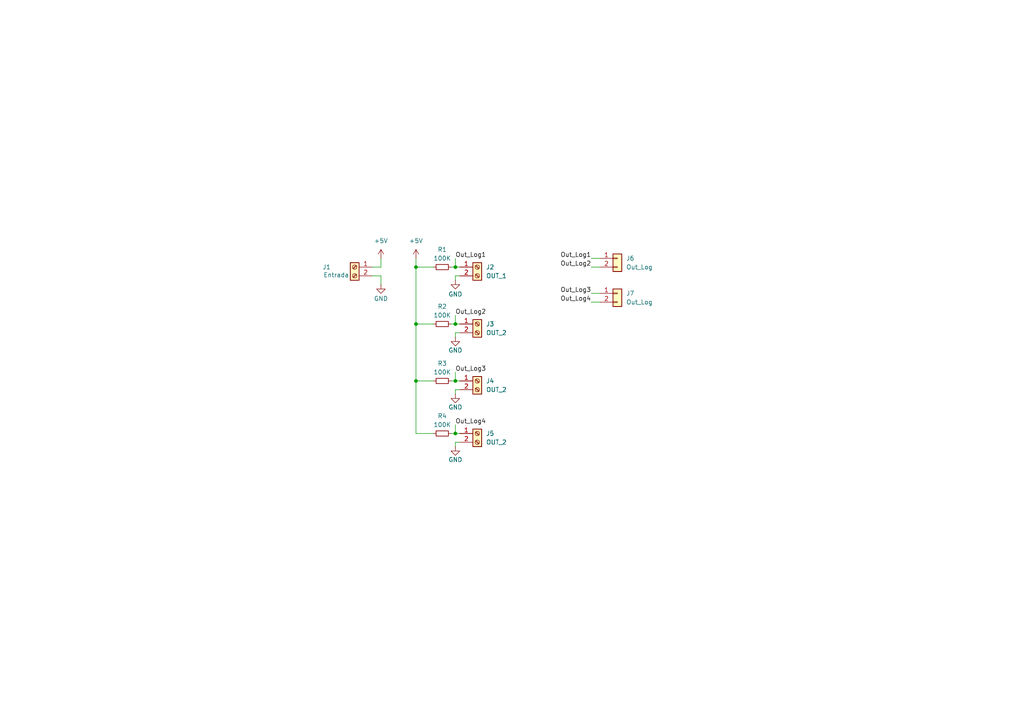
<source format=kicad_sch>
(kicad_sch (version 20231120) (generator "eeschema") (generator_version "8.0")
  (paper "A4")
  (lib_symbols
    (symbol "Connector:Screw_Terminal_01x02" (pin_names (offset 1.016) hide)
      (property "Reference" "J" (at 0 2.54 0))
      (property "Value" "Screw_Terminal_01x02" (at 0 -5.08 0))
      (symbol "Screw_Terminal_01x02_1_1"
        (rectangle (start -1.27 1.27) (end 1.27 -3.81) (stroke (width 0.254)) (fill (type background)))
        (circle (center 0 -2.54) (radius 0.635) (stroke (width 0.1524)))
        (polyline (pts (xy -0.5334 -2.2098) (xy 0.3302 -3.048)) (stroke (width 0.1524)))
        (polyline (pts (xy -0.5334 0.3302) (xy 0.3302 -0.508)) (stroke (width 0.1524)))
        (polyline (pts (xy -0.3556 -2.032) (xy 0.508 -2.8702)) (stroke (width 0.1524)))
        (polyline (pts (xy -0.3556 0.508) (xy 0.508 -0.3302)) (stroke (width 0.1524)))
        (circle (center 0 0) (radius 0.635) (stroke (width 0.1524)))
        (pin passive line (at -5.08 0 0) (length 3.81) (name "Pin_1") (number "1"))
        (pin passive line (at -5.08 -2.54 0) (length 3.81) (name "Pin_2") (number "2"))
      )
    )
    (symbol "Connector_Generic:Conn_01x02" (pin_names (offset 1.016) hide)
      (property "Reference" "J" (at 0 2.54 0))
      (property "Value" "Conn_01x02" (at 0 -5.08 0))
      (symbol "Conn_01x02_1_1"
        (rectangle (start -1.27 -2.413) (end 0 -2.667) (stroke (width 0.1524)))
        (rectangle (start -1.27 0.127) (end 0 -0.127) (stroke (width 0.1524)))
        (rectangle (start -1.27 1.27) (end 1.27 -3.81) (stroke (width 0.254)) (fill (type background)))
        (pin passive line (at -5.08 0 0) (length 3.81) (name "Pin_1") (number "1"))
        (pin passive line (at -5.08 -2.54 0) (length 3.81) (name "Pin_2") (number "2"))
      )
    )
    (symbol "Device:R_Small" (pin_numbers hide) (pin_names (offset 0.254) hide)
      (property "Reference" "R" (at 0.762 0.508 0))
      (property "Value" "R_Small" (at 0.762 -1.016 0))
      (symbol "R_Small_0_1"
        (rectangle (start -0.762 1.778) (end 0.762 -1.778) (stroke (width 0.2032)))
      )
      (symbol "R_Small_1_1"
        (pin passive line (at 0 2.54 270) (length 0.762) (name "~") (number "1"))
        (pin passive line (at 0 -2.54 90) (length 0.762) (name "~") (number "2"))
      )
    )
    (symbol "power:+5V" (power) (pin_numbers hide) (pin_names (offset 0) hide)
      (property "Value" "+5V" (at 0 3.556 0))
      (symbol "+5V_0_1"
        (polyline (pts (xy -0.762 1.27) (xy 0 2.54)))
        (polyline (pts (xy 0 0) (xy 0 2.54)))
        (polyline (pts (xy 0 2.54) (xy 0.762 1.27)))
      )
      (symbol "+5V_1_1"
        (pin power_in line (at 0 0 90) (length 0) (name "~") (number "1"))
      )
    )
    (symbol "power:GND" (power) (pin_numbers hide) (pin_names (offset 0) hide)
      (property "Value" "GND" (at 0 -3.81 0))
      (symbol "GND_0_1"
        (polyline (pts (xy 0 0) (xy 0 -1.27) (xy 1.27 -1.27) (xy 0 -2.54) (xy -1.27 -1.27) (xy 0 -1.27)))
      )
      (symbol "GND_1_1"
        (pin power_in line (at 0 0 270) (length 0) (name "~") (number "1"))
      )
    )
  )
  (junction (at 120.65 77.47))
  (junction (at 132.08 110.49))
  (junction (at 132.08 77.47))
  (junction (at 132.08 125.73))
  (junction (at 132.08 93.98))
  (junction (at 120.65 93.98))
  (junction (at 120.65 110.49))
  (wire (pts (xy 132.08 80.01) (xy 133.35 80.01)))
  (wire (pts (xy 130.81 93.98) (xy 132.08 93.98)))
  (wire (pts (xy 132.08 113.03) (xy 133.35 113.03)))
  (wire (pts (xy 132.08 77.47) (xy 133.35 77.47)))
  (wire (pts (xy 132.08 96.52) (xy 133.35 96.52)))
  (wire (pts (xy 132.08 74.93) (xy 132.08 77.47)))
  (wire (pts (xy 120.65 77.47) (xy 120.65 93.98)))
  (wire (pts (xy 171.45 85.09) (xy 173.99 85.09)))
  (wire (pts (xy 120.65 110.49) (xy 120.65 125.73)))
  (wire (pts (xy 132.08 114.3) (xy 132.08 113.03)))
  (wire (pts (xy 120.65 93.98) (xy 120.65 110.49)))
  (wire (pts (xy 107.95 77.47) (xy 110.49 77.47)))
  (wire (pts (xy 110.49 80.01) (xy 110.49 82.55)))
  (wire (pts (xy 120.65 74.93) (xy 120.65 77.47)))
  (wire (pts (xy 110.49 77.47) (xy 110.49 74.93)))
  (wire (pts (xy 130.81 110.49) (xy 132.08 110.49)))
  (wire (pts (xy 171.45 87.63) (xy 173.99 87.63)))
  (wire (pts (xy 132.08 107.95) (xy 132.08 110.49)))
  (wire (pts (xy 107.95 80.01) (xy 110.49 80.01)))
  (wire (pts (xy 132.08 125.73) (xy 133.35 125.73)))
  (wire (pts (xy 130.81 125.73) (xy 132.08 125.73)))
  (wire (pts (xy 120.65 125.73) (xy 125.73 125.73)))
  (wire (pts (xy 120.65 110.49) (xy 125.73 110.49)))
  (wire (pts (xy 132.08 91.44) (xy 132.08 93.98)))
  (wire (pts (xy 125.73 77.47) (xy 120.65 77.47)))
  (wire (pts (xy 132.08 123.19) (xy 132.08 125.73)))
  (wire (pts (xy 171.45 77.47) (xy 173.99 77.47)))
  (wire (pts (xy 132.08 81.28) (xy 132.08 80.01)))
  (wire (pts (xy 132.08 110.49) (xy 133.35 110.49)))
  (wire (pts (xy 132.08 97.79) (xy 132.08 96.52)))
  (wire (pts (xy 132.08 128.27) (xy 133.35 128.27)))
  (wire (pts (xy 132.08 129.54) (xy 132.08 128.27)))
  (wire (pts (xy 171.45 74.93) (xy 173.99 74.93)))
  (wire (pts (xy 130.81 77.47) (xy 132.08 77.47)))
  (wire (pts (xy 120.65 93.98) (xy 125.73 93.98)))
  (wire (pts (xy 132.08 93.98) (xy 133.35 93.98)))
  (label "Out_Log4" (at 132.08 123.19 0))
  (label "Out_Log1" (at 171.45 74.93 180))
  (label "Out_Log3" (at 132.08 107.95 0))
  (label "Out_Log2" (at 171.45 77.47 180))
  (label "Out_Log4" (at 171.45 87.63 180))
  (label "Out_Log3" (at 171.45 85.09 180))
  (label "Out_Log1" (at 132.08 74.93 0))
  (label "Out_Log2" (at 132.08 91.44 0))
  (symbol (lib_id "power:GND") (at 132.08 129.54 0) (unit 1)
    (property "Reference" "#PWR07" (effects (hide yes)))
    (property "Value" "GND" (at 132.08 133.35 0))
    (property "Description" "Power symbol creates a global label with name \"GND\" , ground" (effects (hide yes)))
  )
  (symbol (lib_id "Connector:Screw_Terminal_01x02") (at 138.43 110.49 0) (unit 1)
    (property "Reference" "J4" (at 140.97 110.4899 0) (effects (justify left)))
    (property "Value" "OUT_2" (at 140.97 113.0299 0) (effects (justify left)))
    (property "Footprint" "EESTN5:BORNERA2_AZUL" (effects (hide yes)))
    (property "Description" "Generic screw terminal, single row, 01x02, script generated (kicad-library-utils/schlib/autogen/connector/)" (effects (hide yes)))
  )
  (symbol (lib_id "power:GND") (at 132.08 81.28 0) (unit 1)
    (property "Reference" "#PWR04" (effects (hide yes)))
    (property "Value" "GND" (at 132.08 85.344 0))
    (property "Description" "Power symbol creates a global label with name \"GND\" , ground" (effects (hide yes)))
  )
  (symbol (lib_id "power:GND") (at 132.08 97.79 0) (unit 1)
    (property "Reference" "#PWR05" (effects (hide yes)))
    (property "Value" "GND" (at 132.08 101.6 0))
    (property "Description" "Power symbol creates a global label with name \"GND\" , ground" (effects (hide yes)))
  )
  (symbol (lib_id "Connector:Screw_Terminal_01x02") (at 102.87 77.47 0) (mirror y) (unit 1)
    (property "Reference" "J1" (at 94.742 77.47 0))
    (property "Value" "Entrada" (at 97.536 79.756 0))
    (property "Footprint" "EESTN5:BORNERA2_AZUL" (effects (hide yes)))
    (property "Description" "Generic screw terminal, single row, 01x02, script generated (kicad-library-utils/schlib/autogen/connector/)" (effects (hide yes)))
  )
  (symbol (lib_id "power:+5V") (at 110.49 74.93 0) (unit 1)
    (property "Reference" "#PWR01" (effects (hide yes)))
    (property "Value" "+5V" (at 110.49 69.85 0))
    (property "Description" "Power symbol creates a global label with name \"+5V\"" (effects (hide yes)))
  )
  (symbol (lib_id "Device:R_Small") (at 128.27 110.49 90) (unit 1)
    (property "Reference" "R3" (at 128.27 105.41 90))
    (property "Value" "100K" (at 128.27 107.95 90))
    (property "Footprint" "Resistor_THT:R_Axial_DIN0207_L6.3mm_D2.5mm_P7.62mm_Horizontal" (effects (hide yes)))
    (property "Description" "Resistor, small symbol" (effects (hide yes)))
  )
  (symbol (lib_id "Connector:Screw_Terminal_01x02") (at 138.43 77.47 0) (unit 1)
    (property "Reference" "J2" (at 140.97 77.4699 0) (effects (justify left)))
    (property "Value" "OUT_1" (at 140.97 80.0099 0) (effects (justify left)))
    (property "Footprint" "EESTN5:BORNERA2_AZUL" (effects (hide yes)))
    (property "Description" "Generic screw terminal, single row, 01x02, script generated (kicad-library-utils/schlib/autogen/connector/)" (effects (hide yes)))
  )
  (symbol (lib_id "Connector:Screw_Terminal_01x02") (at 138.43 125.73 0) (unit 1)
    (property "Reference" "J5" (at 140.97 125.7299 0) (effects (justify left)))
    (property "Value" "OUT_2" (at 140.97 128.2699 0) (effects (justify left)))
    (property "Footprint" "EESTN5:BORNERA2_AZUL" (effects (hide yes)))
    (property "Description" "Generic screw terminal, single row, 01x02, script generated (kicad-library-utils/schlib/autogen/connector/)" (effects (hide yes)))
  )
  (symbol (lib_id "Device:R_Small") (at 128.27 125.73 90) (unit 1)
    (property "Reference" "R4" (at 128.27 120.65 90))
    (property "Value" "100K" (at 128.27 123.19 90))
    (property "Footprint" "Resistor_THT:R_Axial_DIN0207_L6.3mm_D2.5mm_P7.62mm_Horizontal" (effects (hide yes)))
    (property "Description" "Resistor, small symbol" (effects (hide yes)))
  )
  (symbol (lib_id "power:+5V") (at 120.65 74.93 0) (unit 1)
    (property "Reference" "#PWR03" (effects (hide yes)))
    (property "Value" "+5V" (at 120.65 69.85 0))
    (property "Description" "Power symbol creates a global label with name \"+5V\"" (effects (hide yes)))
  )
  (symbol (lib_id "Device:R_Small") (at 128.27 77.47 90) (unit 1)
    (property "Reference" "R1" (at 128.27 72.39 90))
    (property "Value" "100K" (at 128.27 74.93 90))
    (property "Footprint" "Resistor_THT:R_Axial_DIN0207_L6.3mm_D2.5mm_P7.62mm_Horizontal" (effects (hide yes)))
    (property "Description" "Resistor, small symbol" (effects (hide yes)))
  )
  (symbol (lib_id "power:GND") (at 110.49 82.55 0) (unit 1)
    (property "Reference" "#PWR02" (effects (hide yes)))
    (property "Value" "GND" (at 110.49 86.614 0))
    (property "Description" "Power symbol creates a global label with name \"GND\" , ground" (effects (hide yes)))
  )
  (symbol (lib_id "Connector:Screw_Terminal_01x02") (at 138.43 93.98 0) (unit 1)
    (property "Reference" "J3" (at 140.97 93.9799 0) (effects (justify left)))
    (property "Value" "OUT_2" (at 140.97 96.5199 0) (effects (justify left)))
    (property "Footprint" "EESTN5:BORNERA2_AZUL" (effects (hide yes)))
    (property "Description" "Generic screw terminal, single row, 01x02, script generated (kicad-library-utils/schlib/autogen/connector/)" (effects (hide yes)))
  )
  (symbol (lib_id "Device:R_Small") (at 128.27 93.98 90) (unit 1)
    (property "Reference" "R2" (at 128.27 88.9 90))
    (property "Value" "100K" (at 128.27 91.44 90))
    (property "Footprint" "Resistor_THT:R_Axial_DIN0207_L6.3mm_D2.5mm_P7.62mm_Horizontal" (effects (hide yes)))
    (property "Description" "Resistor, small symbol" (effects (hide yes)))
  )
  (symbol (lib_id "power:GND") (at 132.08 114.3 0) (unit 1)
    (property "Reference" "#PWR06" (effects (hide yes)))
    (property "Value" "GND" (at 132.08 118.11 0))
    (property "Description" "Power symbol creates a global label with name \"GND\" , ground" (effects (hide yes)))
  )
  (symbol (lib_id "Connector_Generic:Conn_01x02") (at 179.07 85.09 0) (unit 1)
    (property "Reference" "J7" (at 181.61 85.0899 0) (effects (justify left)))
    (property "Value" "Out_Log" (at 181.61 87.6299 0) (effects (justify left)))
    (property "Footprint" "Connector_PinHeader_2.54mm:PinHeader_1x02_P2.54mm_Horizontal" (effects (hide yes)))
    (property "Description" "Generic connector, single row, 01x02, script generated (kicad-library-utils/schlib/autogen/connector/)" (effects (hide yes)))
  )
  (symbol (lib_id "Connector_Generic:Conn_01x02") (at 179.07 74.93 0) (unit 1)
    (property "Reference" "J6" (at 181.61 74.9299 0) (effects (justify left)))
    (property "Value" "Out_Log" (at 181.61 77.4699 0) (effects (justify left)))
    (property "Footprint" "Connector_PinHeader_2.54mm:PinHeader_1x02_P2.54mm_Horizontal" (effects (hide yes)))
    (property "Description" "Generic connector, single row, 01x02, script generated (kicad-library-utils/schlib/autogen/connector/)" (effects (hide yes)))
  )
)
</source>
